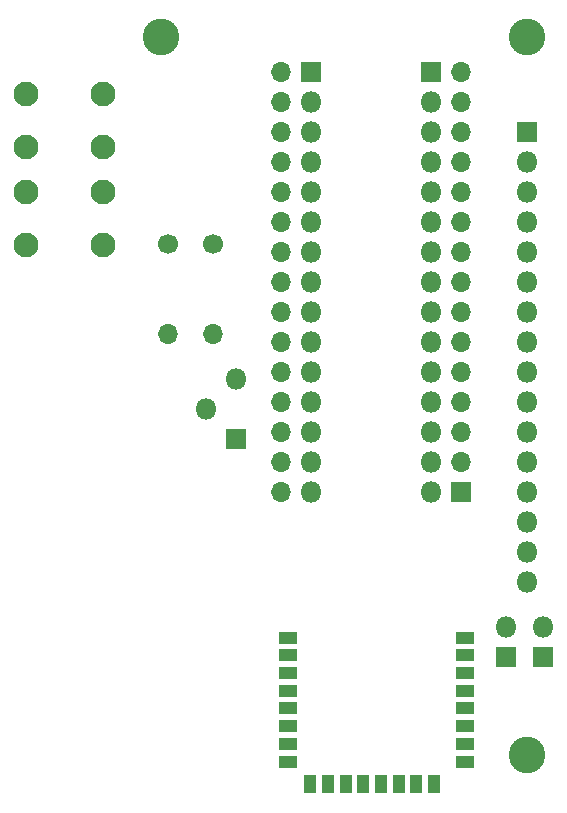
<source format=gbr>
%TF.GenerationSoftware,KiCad,Pcbnew,(5.1.6)-1*%
%TF.CreationDate,2022-01-11T18:37:24-04:00*%
%TF.ProjectId,LCD_adapter,4c43445f-6164-4617-9074-65722e6b6963,rev?*%
%TF.SameCoordinates,Original*%
%TF.FileFunction,Soldermask,Top*%
%TF.FilePolarity,Negative*%
%FSLAX46Y46*%
G04 Gerber Fmt 4.6, Leading zero omitted, Abs format (unit mm)*
G04 Created by KiCad (PCBNEW (5.1.6)-1) date 2022-01-11 18:37:24*
%MOMM*%
%LPD*%
G01*
G04 APERTURE LIST*
%ADD10R,1.624000X1.100000*%
%ADD11R,1.100000X1.624000*%
%ADD12O,1.800000X1.800000*%
%ADD13R,1.800000X1.800000*%
%ADD14C,2.100000*%
%ADD15O,1.700000X1.700000*%
%ADD16C,1.700000*%
%ADD17C,3.100000*%
%ADD18R,1.700000X1.700000*%
G04 APERTURE END LIST*
D10*
%TO.C,U2*%
X151765000Y-123195000D03*
X151765000Y-121695000D03*
X151765000Y-120195000D03*
X151765000Y-118695000D03*
X151765000Y-117195000D03*
X151765000Y-115695000D03*
X151765000Y-114195000D03*
D11*
X153605000Y-125095000D03*
X155105000Y-125095000D03*
X156605000Y-125095000D03*
X158105000Y-125095000D03*
X159605000Y-125095000D03*
X161105000Y-125095000D03*
X162605000Y-125095000D03*
X164105000Y-125095000D03*
D10*
X166745000Y-123195000D03*
X166745000Y-121695000D03*
X166745000Y-120195000D03*
X166745000Y-118695000D03*
X166745000Y-117195000D03*
X166745000Y-115695000D03*
X166745000Y-114195000D03*
X166745000Y-112695000D03*
X151765000Y-112695000D03*
%TD*%
D12*
%TO.C,J4*%
X170180000Y-111760000D03*
D13*
X170180000Y-114300000D03*
%TD*%
D12*
%TO.C,J3*%
X173355000Y-111760000D03*
D13*
X173355000Y-114300000D03*
%TD*%
D14*
%TO.C,SW2*%
X136040000Y-74930000D03*
X136040000Y-79430000D03*
X129540000Y-74930000D03*
X129540000Y-79430000D03*
%TD*%
%TO.C,SW1*%
X136040000Y-66675000D03*
X136040000Y-71175000D03*
X129540000Y-66675000D03*
X129540000Y-71175000D03*
%TD*%
D15*
%TO.C,R2*%
X141605000Y-86995000D03*
D16*
X141605000Y-79375000D03*
%TD*%
D15*
%TO.C,R1*%
X145415000Y-86995000D03*
D16*
X145415000Y-79375000D03*
%TD*%
D17*
%TO.C,REF\u002A\u002A*%
X141000000Y-61850000D03*
%TD*%
%TO.C,REF\u002A\u002A*%
X172000000Y-61850000D03*
%TD*%
%TO.C,REF\u002A\u002A*%
X172000000Y-122665000D03*
%TD*%
D12*
%TO.C,J2*%
X163830000Y-100330000D03*
X163830000Y-97790000D03*
X163830000Y-95250000D03*
X163830000Y-92710000D03*
X163830000Y-90170000D03*
X163830000Y-87630000D03*
X163830000Y-85090000D03*
X163830000Y-82550000D03*
X163830000Y-80010000D03*
X163830000Y-77470000D03*
X163830000Y-74930000D03*
X163830000Y-72390000D03*
X163830000Y-69850000D03*
X163830000Y-67310000D03*
D13*
X163830000Y-64770000D03*
%TD*%
D12*
%TO.C,J1*%
X153670000Y-100330000D03*
X153670000Y-97790000D03*
X153670000Y-95250000D03*
X153670000Y-92710000D03*
X153670000Y-90170000D03*
X153670000Y-87630000D03*
X153670000Y-85090000D03*
X153670000Y-82550000D03*
X153670000Y-80010000D03*
X153670000Y-77470000D03*
X153670000Y-74930000D03*
X153670000Y-72390000D03*
X153670000Y-69850000D03*
X153670000Y-67310000D03*
D13*
X153670000Y-64770000D03*
%TD*%
D15*
%TO.C,A1*%
X151130000Y-64770000D03*
X166370000Y-64770000D03*
X151130000Y-100330000D03*
X166370000Y-67310000D03*
X151130000Y-97790000D03*
X166370000Y-69850000D03*
X151130000Y-95250000D03*
X166370000Y-72390000D03*
X151130000Y-92710000D03*
X166370000Y-74930000D03*
X151130000Y-90170000D03*
X166370000Y-77470000D03*
X151130000Y-87630000D03*
X166370000Y-80010000D03*
X151130000Y-85090000D03*
X166370000Y-82550000D03*
X151130000Y-82550000D03*
X166370000Y-85090000D03*
X151130000Y-80010000D03*
X166370000Y-87630000D03*
X151130000Y-77470000D03*
X166370000Y-90170000D03*
X151130000Y-74930000D03*
X166370000Y-92710000D03*
X151130000Y-72390000D03*
X166370000Y-95250000D03*
X151130000Y-69850000D03*
X166370000Y-97790000D03*
X151130000Y-67310000D03*
D18*
X166370000Y-100330000D03*
%TD*%
D12*
%TO.C,RV1*%
X147320000Y-90805000D03*
X144780000Y-93345000D03*
D13*
X147320000Y-95885000D03*
%TD*%
D12*
%TO.C,U1*%
X172000000Y-107950000D03*
X172000000Y-105410000D03*
X172000000Y-102870000D03*
X172000000Y-100330000D03*
X172000000Y-97790000D03*
X172000000Y-95250000D03*
X172000000Y-92710000D03*
X172000000Y-90170000D03*
X172000000Y-87630000D03*
X172000000Y-85090000D03*
X172000000Y-82550000D03*
X172000000Y-80010000D03*
X172000000Y-77470000D03*
X172000000Y-74930000D03*
X172000000Y-72390000D03*
D13*
X172000000Y-69850000D03*
%TD*%
M02*

</source>
